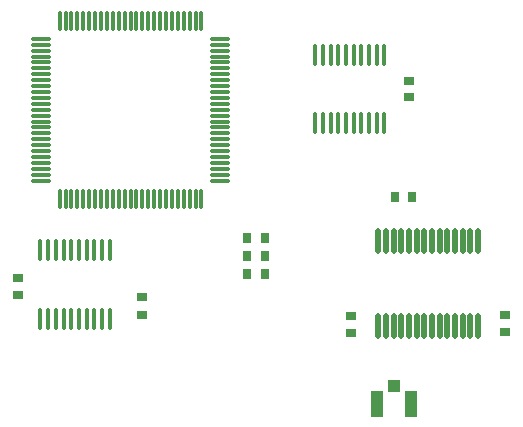
<source format=gtp>
%FSLAX43Y43*%
%MOMM*%
G71*
G01*
G75*
G04 Layer_Color=8421504*
%ADD10C,0.305*%
%ADD11C,1.000*%
%ADD12O,0.350X2.000*%
%ADD13R,0.700X0.900*%
%ADD14R,0.900X0.800*%
%ADD15R,0.800X0.900*%
%ADD16R,0.900X0.700*%
%ADD17O,1.800X0.300*%
%ADD18O,0.300X1.800*%
%ADD19O,0.450X2.200*%
%ADD20R,1.050X2.200*%
%ADD21R,1.000X1.050*%
%ADD22C,0.127*%
%ADD23C,4.500*%
%ADD24C,1.500*%
%ADD25C,1.300*%
%ADD26R,1.300X1.300*%
%ADD27C,0.889*%
%ADD28R,1.400X1.100*%
%ADD29R,1.400X1.200*%
%ADD30R,2.100X0.900*%
%ADD31R,2.100X3.200*%
%ADD32C,0.600*%
%ADD33C,0.250*%
%ADD34C,0.200*%
%ADD35C,0.100*%
%ADD36C,0.152*%
%ADD37C,0.152*%
D12*
X19925Y11200D02*
D03*
X19275D02*
D03*
X18625D02*
D03*
X17975D02*
D03*
X17325D02*
D03*
X16675D02*
D03*
X16025D02*
D03*
X15375D02*
D03*
X14725D02*
D03*
X14075D02*
D03*
X19925Y17000D02*
D03*
X19275D02*
D03*
X18625D02*
D03*
X17975D02*
D03*
X17325D02*
D03*
X16675D02*
D03*
X16025D02*
D03*
X15375D02*
D03*
X14725D02*
D03*
X14075D02*
D03*
X37331Y33558D02*
D03*
X37981D02*
D03*
X38631D02*
D03*
X39281D02*
D03*
X39931D02*
D03*
X40581D02*
D03*
X41231D02*
D03*
X41881D02*
D03*
X42531D02*
D03*
X43181D02*
D03*
X37331Y27758D02*
D03*
X37981D02*
D03*
X38631D02*
D03*
X39281D02*
D03*
X39931D02*
D03*
X40581D02*
D03*
X41231D02*
D03*
X41881D02*
D03*
X42531D02*
D03*
X43181D02*
D03*
D13*
X33050Y15000D02*
D03*
X31550D02*
D03*
X33050Y16500D02*
D03*
X31550D02*
D03*
X33050Y18000D02*
D03*
X31550D02*
D03*
D14*
X12152Y13212D02*
D03*
Y14612D02*
D03*
X53400Y10100D02*
D03*
Y11500D02*
D03*
X40400Y10000D02*
D03*
Y11400D02*
D03*
X45310Y31360D02*
D03*
Y29960D02*
D03*
D15*
X44100Y21500D02*
D03*
X45500D02*
D03*
D16*
X22700Y13050D02*
D03*
Y11550D02*
D03*
D17*
X14150Y34900D02*
D03*
Y34400D02*
D03*
Y33900D02*
D03*
Y33400D02*
D03*
Y32900D02*
D03*
Y32400D02*
D03*
Y31900D02*
D03*
Y31400D02*
D03*
Y30900D02*
D03*
Y30400D02*
D03*
Y29900D02*
D03*
Y29400D02*
D03*
Y28900D02*
D03*
Y28400D02*
D03*
Y27900D02*
D03*
Y27400D02*
D03*
Y26900D02*
D03*
Y26400D02*
D03*
Y25900D02*
D03*
Y25400D02*
D03*
Y24900D02*
D03*
Y24400D02*
D03*
Y23900D02*
D03*
Y23400D02*
D03*
Y22900D02*
D03*
X29250D02*
D03*
Y23400D02*
D03*
Y23900D02*
D03*
Y24400D02*
D03*
Y24900D02*
D03*
Y25400D02*
D03*
Y25900D02*
D03*
Y26400D02*
D03*
Y26900D02*
D03*
Y27400D02*
D03*
Y27900D02*
D03*
Y28400D02*
D03*
Y28900D02*
D03*
Y29400D02*
D03*
Y29900D02*
D03*
Y30400D02*
D03*
Y30900D02*
D03*
Y31400D02*
D03*
Y31900D02*
D03*
Y32400D02*
D03*
Y32900D02*
D03*
Y33400D02*
D03*
Y33900D02*
D03*
Y34400D02*
D03*
Y34900D02*
D03*
D18*
X15700Y21350D02*
D03*
X16200D02*
D03*
X16700D02*
D03*
X17200D02*
D03*
X17700D02*
D03*
X18200D02*
D03*
X18700D02*
D03*
X19200D02*
D03*
X19700D02*
D03*
X20200D02*
D03*
X20700D02*
D03*
X21200D02*
D03*
X21700D02*
D03*
X22200D02*
D03*
X22700D02*
D03*
X23200D02*
D03*
X23700D02*
D03*
X24200D02*
D03*
X24700D02*
D03*
X25200D02*
D03*
X25700D02*
D03*
X26200D02*
D03*
X26700D02*
D03*
X27200D02*
D03*
X27700D02*
D03*
Y36450D02*
D03*
X27200D02*
D03*
X26700D02*
D03*
X26200D02*
D03*
X25700D02*
D03*
X25200D02*
D03*
X24700D02*
D03*
X24200D02*
D03*
X23700D02*
D03*
X23200D02*
D03*
X22700D02*
D03*
X22200D02*
D03*
X21700D02*
D03*
X21200D02*
D03*
X20700D02*
D03*
X20200D02*
D03*
X19700D02*
D03*
X19200D02*
D03*
X18700D02*
D03*
X18200D02*
D03*
X17700D02*
D03*
X17200D02*
D03*
X16700D02*
D03*
X16200D02*
D03*
X15700D02*
D03*
D19*
X42675Y17800D02*
D03*
X43325D02*
D03*
X43975D02*
D03*
X44625D02*
D03*
X45275D02*
D03*
X45925D02*
D03*
X46575D02*
D03*
X47225D02*
D03*
X47875D02*
D03*
X48525D02*
D03*
X49175D02*
D03*
X49825D02*
D03*
X50475D02*
D03*
X51125D02*
D03*
X42675Y10600D02*
D03*
X43325D02*
D03*
X43975D02*
D03*
X44625D02*
D03*
X45275D02*
D03*
X45925D02*
D03*
X46575D02*
D03*
X47225D02*
D03*
X47875D02*
D03*
X48525D02*
D03*
X49175D02*
D03*
X49825D02*
D03*
X50475D02*
D03*
X51125D02*
D03*
D20*
X45475Y4000D02*
D03*
X42525D02*
D03*
D21*
X44000Y5525D02*
D03*
M02*

</source>
